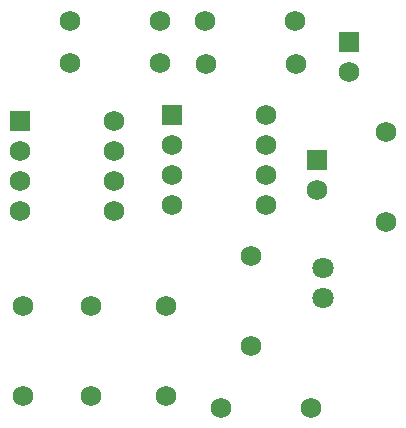
<source format=gbs>
G04*
G04 #@! TF.GenerationSoftware,Altium Limited,Altium Designer,22.1.2 (22)*
G04*
G04 Layer_Color=16711935*
%FSLAX43Y43*%
%MOMM*%
G71*
G04*
G04 #@! TF.SameCoordinates,87715656-2F0B-43DF-9688-F49D06068116*
G04*
G04*
G04 #@! TF.FilePolarity,Negative*
G04*
G01*
G75*
%ADD14C,1.727*%
%ADD15R,1.727X1.727*%
%ADD16R,1.727X1.727*%
%ADD17C,1.803*%
D14*
X32258Y32131D02*
D03*
X16256Y36449D02*
D03*
X8636D02*
D03*
X20066D02*
D03*
X27686D02*
D03*
X8636Y32893D02*
D03*
X16256D02*
D03*
X20193Y32766D02*
D03*
X27813D02*
D03*
X17272Y25908D02*
D03*
Y23368D02*
D03*
Y20828D02*
D03*
X25212D02*
D03*
Y23368D02*
D03*
Y25908D02*
D03*
Y28448D02*
D03*
X4412Y25400D02*
D03*
Y22860D02*
D03*
Y20320D02*
D03*
X12352D02*
D03*
Y22860D02*
D03*
Y25400D02*
D03*
Y27940D02*
D03*
X35433Y27051D02*
D03*
Y19431D02*
D03*
X29591Y22098D02*
D03*
X24003Y16510D02*
D03*
Y8890D02*
D03*
X16764Y12319D02*
D03*
Y4699D02*
D03*
X4699Y12319D02*
D03*
Y4699D02*
D03*
X29083Y3683D02*
D03*
X21463D02*
D03*
X10414Y12319D02*
D03*
Y4699D02*
D03*
D15*
X32258Y34671D02*
D03*
X29591Y24638D02*
D03*
D16*
X17272Y28448D02*
D03*
X4412Y27940D02*
D03*
D17*
X30099Y15494D02*
D03*
Y12954D02*
D03*
M02*

</source>
